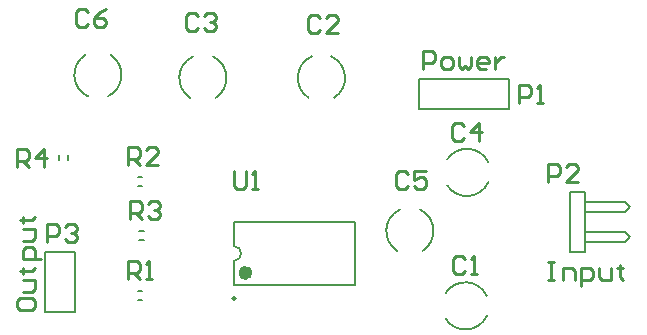
<source format=gto>
G04 Layer_Color=65535*
%FSLAX25Y25*%
%MOIN*%
G70*
G01*
G75*
%ADD12C,0.01000*%
%ADD21C,0.02362*%
%ADD22C,0.00984*%
%ADD23C,0.00787*%
D12*
X333499Y227498D02*
X332499Y228498D01*
X330500D01*
X329500Y227498D01*
Y223500D01*
X330500Y222500D01*
X332499D01*
X333499Y223500D01*
X335498Y222500D02*
X337497D01*
X336498D01*
Y228498D01*
X335498Y227498D01*
X284999Y307998D02*
X283999Y308998D01*
X282000D01*
X281000Y307998D01*
Y304000D01*
X282000Y303000D01*
X283999D01*
X284999Y304000D01*
X290997Y303000D02*
X286998D01*
X290997Y306999D01*
Y307998D01*
X289997Y308998D01*
X287998D01*
X286998Y307998D01*
X244499Y308498D02*
X243499Y309498D01*
X241500D01*
X240500Y308498D01*
Y304500D01*
X241500Y303500D01*
X243499D01*
X244499Y304500D01*
X246498Y308498D02*
X247498Y309498D01*
X249497D01*
X250497Y308498D01*
Y307499D01*
X249497Y306499D01*
X248497D01*
X249497D01*
X250497Y305499D01*
Y304500D01*
X249497Y303500D01*
X247498D01*
X246498Y304500D01*
X332999Y271998D02*
X331999Y272998D01*
X330000D01*
X329000Y271998D01*
Y268000D01*
X330000Y267000D01*
X331999D01*
X332999Y268000D01*
X337997Y267000D02*
Y272998D01*
X334998Y269999D01*
X338997D01*
X314499Y255998D02*
X313499Y256998D01*
X311500D01*
X310500Y255998D01*
Y252000D01*
X311500Y251000D01*
X313499D01*
X314499Y252000D01*
X320497Y256998D02*
X316498D01*
Y253999D01*
X318497Y254999D01*
X319497D01*
X320497Y253999D01*
Y252000D01*
X319497Y251000D01*
X317498D01*
X316498Y252000D01*
X207699Y309898D02*
X206699Y310898D01*
X204700D01*
X203700Y309898D01*
Y305900D01*
X204700Y304900D01*
X206699D01*
X207699Y305900D01*
X213697Y310898D02*
X211697Y309898D01*
X209698Y307899D01*
Y305900D01*
X210698Y304900D01*
X212697D01*
X213697Y305900D01*
Y306899D01*
X212697Y307899D01*
X209698D01*
X319500Y290900D02*
Y296898D01*
X322499D01*
X323499Y295898D01*
Y293899D01*
X322499Y292899D01*
X319500D01*
X326498Y290900D02*
X328497D01*
X329497Y291900D01*
Y293899D01*
X328497Y294899D01*
X326498D01*
X325498Y293899D01*
Y291900D01*
X326498Y290900D01*
X331496Y294899D02*
Y291900D01*
X332496Y290900D01*
X333495Y291900D01*
X334495Y290900D01*
X335495Y291900D01*
Y294899D01*
X340493Y290900D02*
X338494D01*
X337494Y291900D01*
Y293899D01*
X338494Y294899D01*
X340493D01*
X341493Y293899D01*
Y292899D01*
X337494D01*
X343492Y294899D02*
Y290900D01*
Y292899D01*
X344492Y293899D01*
X345492Y294899D01*
X346491D01*
X351400Y279500D02*
Y285498D01*
X354399D01*
X355399Y284498D01*
Y282499D01*
X354399Y281499D01*
X351400D01*
X357398Y279500D02*
X359397D01*
X358398D01*
Y285498D01*
X357398Y284498D01*
X361100Y226598D02*
X363099D01*
X362100D01*
Y220600D01*
X361100D01*
X363099D01*
X366098D02*
Y224599D01*
X369097D01*
X370097Y223599D01*
Y220600D01*
X372096Y218601D02*
Y224599D01*
X375096D01*
X376095Y223599D01*
Y221600D01*
X375096Y220600D01*
X372096D01*
X378095Y224599D02*
Y221600D01*
X379094Y220600D01*
X382093D01*
Y224599D01*
X385092Y225598D02*
Y224599D01*
X384093D01*
X386092D01*
X385092D01*
Y221600D01*
X386092Y220600D01*
X361100Y253400D02*
Y259398D01*
X364099D01*
X365099Y258398D01*
Y256399D01*
X364099Y255399D01*
X361100D01*
X371097Y253400D02*
X367098D01*
X371097Y257399D01*
Y258398D01*
X370097Y259398D01*
X368098D01*
X367098Y258398D01*
X184002Y213499D02*
Y211500D01*
X185002Y210500D01*
X189000D01*
X190000Y211500D01*
Y213499D01*
X189000Y214499D01*
X185002D01*
X184002Y213499D01*
X186001Y216498D02*
X189000D01*
X190000Y217498D01*
Y220497D01*
X186001D01*
X185002Y223496D02*
X186001D01*
Y222496D01*
Y224496D01*
Y223496D01*
X189000D01*
X190000Y224496D01*
X191999Y227495D02*
X186001D01*
Y230493D01*
X187001Y231493D01*
X189000D01*
X190000Y230493D01*
Y227495D01*
X186001Y233493D02*
X189000D01*
X190000Y234492D01*
Y237491D01*
X186001D01*
X185002Y240490D02*
X186001D01*
Y239491D01*
Y241490D01*
Y240490D01*
X189000D01*
X190000Y241490D01*
X194100Y233400D02*
Y239398D01*
X197099D01*
X198099Y238398D01*
Y236399D01*
X197099Y235399D01*
X194100D01*
X200098Y238398D02*
X201098Y239398D01*
X203097D01*
X204097Y238398D01*
Y237399D01*
X203097Y236399D01*
X202097D01*
X203097D01*
X204097Y235399D01*
Y234400D01*
X203097Y233400D01*
X201098D01*
X200098Y234400D01*
X221050Y220850D02*
Y226848D01*
X224049D01*
X225049Y225848D01*
Y223849D01*
X224049Y222849D01*
X221050D01*
X223049D02*
X225049Y220850D01*
X227048D02*
X229047D01*
X228048D01*
Y226848D01*
X227048Y225848D01*
X221097Y258850D02*
Y264848D01*
X224096D01*
X225096Y263848D01*
Y261849D01*
X224096Y260849D01*
X221097D01*
X223097D02*
X225096Y258850D01*
X231094D02*
X227095D01*
X231094Y262849D01*
Y263848D01*
X230094Y264848D01*
X228095D01*
X227095Y263848D01*
X221597Y240850D02*
Y246848D01*
X224596D01*
X225596Y245848D01*
Y243849D01*
X224596Y242849D01*
X221597D01*
X223597D02*
X225596Y240850D01*
X227595Y245848D02*
X228595Y246848D01*
X230594D01*
X231594Y245848D01*
Y244849D01*
X230594Y243849D01*
X229595D01*
X230594D01*
X231594Y242849D01*
Y241850D01*
X230594Y240850D01*
X228595D01*
X227595Y241850D01*
X184100Y258453D02*
Y264451D01*
X187099D01*
X188099Y263451D01*
Y261452D01*
X187099Y260452D01*
X184100D01*
X186099D02*
X188099Y258453D01*
X193097D02*
Y264451D01*
X190098Y261452D01*
X194097D01*
X256400Y256898D02*
Y251900D01*
X257400Y250900D01*
X259399D01*
X260399Y251900D01*
Y256898D01*
X262398Y250900D02*
X264397D01*
X263398D01*
Y256898D01*
X262398Y255898D01*
D21*
X261343Y223004D02*
G03*
X261343Y223004I-1181J0D01*
G01*
D22*
X256874Y214500D02*
G03*
X256874Y214500I-492J0D01*
G01*
D23*
X256224Y227000D02*
G03*
X256224Y232000I0J2500D01*
G01*
X206768Y295640D02*
G03*
X207726Y281839I4232J-6640D01*
G01*
X214274D02*
G03*
X215232Y295640I-3274J7161D01*
G01*
X327360Y252268D02*
G03*
X341161Y253226I6640J4232D01*
G01*
Y259774D02*
G03*
X327360Y260732I-7161J-3274D01*
G01*
X326860Y207768D02*
G03*
X340661Y208726I6640J4232D01*
G01*
Y215274D02*
G03*
X326860Y216232I-7161J-3274D01*
G01*
X319232Y230360D02*
G03*
X318274Y244161I-4232J6640D01*
G01*
X311726D02*
G03*
X310768Y230360I3274J-7161D01*
G01*
X250232Y281360D02*
G03*
X249274Y295161I-4232J6640D01*
G01*
X242726D02*
G03*
X241768Y281360I3274J-7161D01*
G01*
X289732D02*
G03*
X288774Y295161I-4232J6640D01*
G01*
X282226D02*
G03*
X281268Y281360I3274J-7161D01*
G01*
X224760Y234122D02*
X226335D01*
X224760Y236878D02*
X226335D01*
X224260Y252122D02*
X225835D01*
X224260Y254878D02*
X225835D01*
X373500Y230000D02*
Y250000D01*
X368500D02*
X373500D01*
X368500Y230000D02*
X373500D01*
X368500D02*
Y250000D01*
X373500Y233333D02*
X386833D01*
X388500Y235000D01*
X386833Y236667D02*
X388500Y235000D01*
X373500Y236667D02*
X386833D01*
X373500Y243333D02*
X386833D01*
X388500Y245000D01*
X386833Y246667D02*
X388500Y245000D01*
X373500Y246667D02*
X386833D01*
X296776Y219067D02*
Y239933D01*
X256224Y232000D02*
Y239933D01*
Y219067D02*
Y227000D01*
Y239933D02*
X296776D01*
X256224Y219067D02*
X296776D01*
X224213Y214122D02*
X225787D01*
X224213Y216878D02*
X225787D01*
X318000Y277500D02*
Y287500D01*
X348000D01*
Y277500D02*
Y287500D01*
X318000Y277500D02*
X348000D01*
X193500Y210000D02*
Y230000D01*
Y210000D02*
X203500D01*
Y230000D01*
X193500D02*
X203500D01*
X200878Y260713D02*
Y262287D01*
X198122Y260713D02*
Y262287D01*
M02*

</source>
